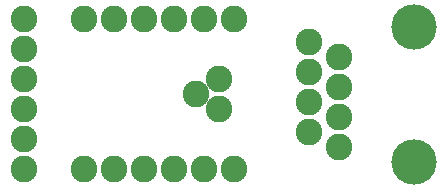
<source format=gbs>
G75*
G70*
%OFA0B0*%
%FSLAX24Y24*%
%IPPOS*%
%LPD*%
%AMOC8*
5,1,8,0,0,1.08239X$1,22.5*
%
%ADD10C,0.0888*%
%ADD11C,0.1512*%
D10*
X001100Y001200D03*
X003100Y001200D03*
X004100Y001200D03*
X005100Y001200D03*
X006100Y001200D03*
X007100Y001200D03*
X008100Y001200D03*
X010600Y002450D03*
X011600Y001950D03*
X011600Y002950D03*
X010600Y003450D03*
X011600Y003950D03*
X010600Y004450D03*
X011600Y004950D03*
X010600Y005450D03*
X008100Y006200D03*
X007100Y006200D03*
X006100Y006200D03*
X005100Y006200D03*
X004100Y006200D03*
X003100Y006200D03*
X001100Y006200D03*
X001100Y005200D03*
X001100Y004200D03*
X001100Y003200D03*
X001100Y002200D03*
X006850Y003700D03*
X007600Y003200D03*
X007600Y004200D03*
D11*
X014100Y005950D03*
X014100Y001450D03*
M02*

</source>
